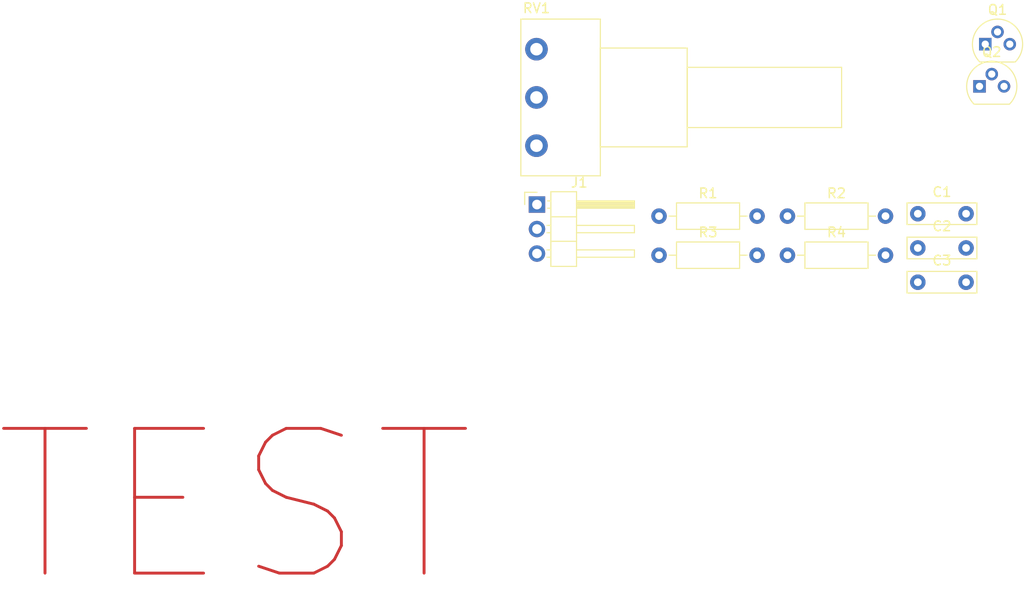
<source format=kicad_pcb>
(kicad_pcb (version 20171130) (host pcbnew 5.1.8-5.1.8)

  (general
    (thickness 1.6)
    (drawings 1)
    (tracks 0)
    (zones 0)
    (modules 11)
    (nets 9)
  )

  (page A4)
  (title_block
    (title "TZ1 MVB")
  )

  (layers
    (0 F.Cu signal)
    (31 B.Cu signal)
    (32 B.Adhes user)
    (33 F.Adhes user)
    (34 B.Paste user)
    (35 F.Paste user)
    (36 B.SilkS user)
    (37 F.SilkS user)
    (38 B.Mask user)
    (39 F.Mask user)
    (40 Dwgs.User user)
    (41 Cmts.User user)
    (42 Eco1.User user)
    (43 Eco2.User user)
    (44 Edge.Cuts user)
    (45 Margin user)
    (46 B.CrtYd user)
    (47 F.CrtYd user)
    (48 B.Fab user)
    (49 F.Fab user)
  )

  (setup
    (last_trace_width 0.25)
    (trace_clearance 0.2)
    (zone_clearance 0.508)
    (zone_45_only no)
    (trace_min 0.2)
    (via_size 0.8)
    (via_drill 0.4)
    (via_min_size 0.4)
    (via_min_drill 0.3)
    (uvia_size 0.3)
    (uvia_drill 0.1)
    (uvias_allowed no)
    (uvia_min_size 0.2)
    (uvia_min_drill 0.1)
    (edge_width 0.05)
    (segment_width 0.2)
    (pcb_text_width 0.3)
    (pcb_text_size 1.5 1.5)
    (mod_edge_width 0.12)
    (mod_text_size 1 1)
    (mod_text_width 0.15)
    (pad_size 1.524 1.524)
    (pad_drill 0.762)
    (pad_to_mask_clearance 0)
    (aux_axis_origin 0 0)
    (visible_elements FEFFFF7F)
    (pcbplotparams
      (layerselection 0x010fc_ffffffff)
      (usegerberextensions false)
      (usegerberattributes true)
      (usegerberadvancedattributes true)
      (creategerberjobfile true)
      (excludeedgelayer true)
      (linewidth 0.100000)
      (plotframeref false)
      (viasonmask false)
      (mode 1)
      (useauxorigin false)
      (hpglpennumber 1)
      (hpglpenspeed 20)
      (hpglpendiameter 15.000000)
      (psnegative false)
      (psa4output false)
      (plotreference true)
      (plotvalue true)
      (plotinvisibletext false)
      (padsonsilk false)
      (subtractmaskfromsilk false)
      (outputformat 1)
      (mirror false)
      (drillshape 1)
      (scaleselection 1)
      (outputdirectory ""))
  )

  (net 0 "")
  (net 1 "Net-(C1-Pad1)")
  (net 2 "Net-(C1-Pad2)")
  (net 3 "Net-(C2-Pad2)")
  (net 4 "Net-(C2-Pad1)")
  (net 5 /WAVE_OUT)
  (net 6 "Net-(C3-Pad2)")
  (net 7 VCC)
  (net 8 GND)

  (net_class Default "This is the default net class."
    (clearance 0.2)
    (trace_width 0.25)
    (via_dia 0.8)
    (via_drill 0.4)
    (uvia_dia 0.3)
    (uvia_drill 0.1)
    (add_net /WAVE_OUT)
    (add_net GND)
    (add_net "Net-(C1-Pad1)")
    (add_net "Net-(C1-Pad2)")
    (add_net "Net-(C2-Pad1)")
    (add_net "Net-(C2-Pad2)")
    (add_net "Net-(C3-Pad2)")
    (add_net VCC)
  )

  (module Capacitor_THT:C_Rect_L7.0mm_W2.0mm_P5.00mm (layer F.Cu) (tedit 5AE50EF0) (tstamp 6077EB45)
    (at 70.860601 -30.271799)
    (descr "C, Rect series, Radial, pin pitch=5.00mm, , length*width=7*2mm^2, Capacitor")
    (tags "C Rect series Radial pin pitch 5.00mm  length 7mm width 2mm Capacitor")
    (path /607720EF)
    (fp_text reference C1 (at 2.5 -2.25) (layer F.SilkS)
      (effects (font (size 1 1) (thickness 0.15)))
    )
    (fp_text value 10n (at 2.5 2.25) (layer F.Fab)
      (effects (font (size 1 1) (thickness 0.15)))
    )
    (fp_line (start -1 -1) (end -1 1) (layer F.Fab) (width 0.1))
    (fp_line (start -1 1) (end 6 1) (layer F.Fab) (width 0.1))
    (fp_line (start 6 1) (end 6 -1) (layer F.Fab) (width 0.1))
    (fp_line (start 6 -1) (end -1 -1) (layer F.Fab) (width 0.1))
    (fp_line (start -1.12 -1.12) (end 6.12 -1.12) (layer F.SilkS) (width 0.12))
    (fp_line (start -1.12 1.12) (end 6.12 1.12) (layer F.SilkS) (width 0.12))
    (fp_line (start -1.12 -1.12) (end -1.12 1.12) (layer F.SilkS) (width 0.12))
    (fp_line (start 6.12 -1.12) (end 6.12 1.12) (layer F.SilkS) (width 0.12))
    (fp_line (start -1.25 -1.25) (end -1.25 1.25) (layer F.CrtYd) (width 0.05))
    (fp_line (start -1.25 1.25) (end 6.25 1.25) (layer F.CrtYd) (width 0.05))
    (fp_line (start 6.25 1.25) (end 6.25 -1.25) (layer F.CrtYd) (width 0.05))
    (fp_line (start 6.25 -1.25) (end -1.25 -1.25) (layer F.CrtYd) (width 0.05))
    (fp_text user %R (at 2.5 0) (layer F.Fab)
      (effects (font (size 1 1) (thickness 0.15)))
    )
    (pad 1 thru_hole circle (at 0 0) (size 1.6 1.6) (drill 0.8) (layers *.Cu *.Mask)
      (net 1 "Net-(C1-Pad1)"))
    (pad 2 thru_hole circle (at 5 0) (size 1.6 1.6) (drill 0.8) (layers *.Cu *.Mask)
      (net 2 "Net-(C1-Pad2)"))
    (model ${KISYS3DMOD}/Capacitor_THT.3dshapes/C_Rect_L7.0mm_W2.0mm_P5.00mm.wrl
      (at (xyz 0 0 0))
      (scale (xyz 1 1 1))
      (rotate (xyz 0 0 0))
    )
  )

  (module Capacitor_THT:C_Rect_L7.0mm_W2.0mm_P5.00mm (layer F.Cu) (tedit 5AE50EF0) (tstamp 6077EB58)
    (at 70.860601 -26.721799)
    (descr "C, Rect series, Radial, pin pitch=5.00mm, , length*width=7*2mm^2, Capacitor")
    (tags "C Rect series Radial pin pitch 5.00mm  length 7mm width 2mm Capacitor")
    (path /60772821)
    (fp_text reference C2 (at 2.5 -2.25) (layer F.SilkS)
      (effects (font (size 1 1) (thickness 0.15)))
    )
    (fp_text value 10n (at 2.5 2.25) (layer F.Fab)
      (effects (font (size 1 1) (thickness 0.15)))
    )
    (fp_line (start 6.25 -1.25) (end -1.25 -1.25) (layer F.CrtYd) (width 0.05))
    (fp_line (start 6.25 1.25) (end 6.25 -1.25) (layer F.CrtYd) (width 0.05))
    (fp_line (start -1.25 1.25) (end 6.25 1.25) (layer F.CrtYd) (width 0.05))
    (fp_line (start -1.25 -1.25) (end -1.25 1.25) (layer F.CrtYd) (width 0.05))
    (fp_line (start 6.12 -1.12) (end 6.12 1.12) (layer F.SilkS) (width 0.12))
    (fp_line (start -1.12 -1.12) (end -1.12 1.12) (layer F.SilkS) (width 0.12))
    (fp_line (start -1.12 1.12) (end 6.12 1.12) (layer F.SilkS) (width 0.12))
    (fp_line (start -1.12 -1.12) (end 6.12 -1.12) (layer F.SilkS) (width 0.12))
    (fp_line (start 6 -1) (end -1 -1) (layer F.Fab) (width 0.1))
    (fp_line (start 6 1) (end 6 -1) (layer F.Fab) (width 0.1))
    (fp_line (start -1 1) (end 6 1) (layer F.Fab) (width 0.1))
    (fp_line (start -1 -1) (end -1 1) (layer F.Fab) (width 0.1))
    (fp_text user %R (at 2.5 0) (layer F.Fab)
      (effects (font (size 1 1) (thickness 0.15)))
    )
    (pad 2 thru_hole circle (at 5 0) (size 1.6 1.6) (drill 0.8) (layers *.Cu *.Mask)
      (net 3 "Net-(C2-Pad2)"))
    (pad 1 thru_hole circle (at 0 0) (size 1.6 1.6) (drill 0.8) (layers *.Cu *.Mask)
      (net 4 "Net-(C2-Pad1)"))
    (model ${KISYS3DMOD}/Capacitor_THT.3dshapes/C_Rect_L7.0mm_W2.0mm_P5.00mm.wrl
      (at (xyz 0 0 0))
      (scale (xyz 1 1 1))
      (rotate (xyz 0 0 0))
    )
  )

  (module Capacitor_THT:C_Rect_L7.0mm_W2.0mm_P5.00mm (layer F.Cu) (tedit 5AE50EF0) (tstamp 6077EB6B)
    (at 70.860601 -23.171799)
    (descr "C, Rect series, Radial, pin pitch=5.00mm, , length*width=7*2mm^2, Capacitor")
    (tags "C Rect series Radial pin pitch 5.00mm  length 7mm width 2mm Capacitor")
    (path /6077680D)
    (fp_text reference C3 (at 2.5 -2.25) (layer F.SilkS)
      (effects (font (size 1 1) (thickness 0.15)))
    )
    (fp_text value 22n (at 2.5 2.25) (layer F.Fab)
      (effects (font (size 1 1) (thickness 0.15)))
    )
    (fp_line (start -1 -1) (end -1 1) (layer F.Fab) (width 0.1))
    (fp_line (start -1 1) (end 6 1) (layer F.Fab) (width 0.1))
    (fp_line (start 6 1) (end 6 -1) (layer F.Fab) (width 0.1))
    (fp_line (start 6 -1) (end -1 -1) (layer F.Fab) (width 0.1))
    (fp_line (start -1.12 -1.12) (end 6.12 -1.12) (layer F.SilkS) (width 0.12))
    (fp_line (start -1.12 1.12) (end 6.12 1.12) (layer F.SilkS) (width 0.12))
    (fp_line (start -1.12 -1.12) (end -1.12 1.12) (layer F.SilkS) (width 0.12))
    (fp_line (start 6.12 -1.12) (end 6.12 1.12) (layer F.SilkS) (width 0.12))
    (fp_line (start -1.25 -1.25) (end -1.25 1.25) (layer F.CrtYd) (width 0.05))
    (fp_line (start -1.25 1.25) (end 6.25 1.25) (layer F.CrtYd) (width 0.05))
    (fp_line (start 6.25 1.25) (end 6.25 -1.25) (layer F.CrtYd) (width 0.05))
    (fp_line (start 6.25 -1.25) (end -1.25 -1.25) (layer F.CrtYd) (width 0.05))
    (fp_text user %R (at 2.5 0) (layer F.Fab)
      (effects (font (size 1 1) (thickness 0.15)))
    )
    (pad 1 thru_hole circle (at 0 0) (size 1.6 1.6) (drill 0.8) (layers *.Cu *.Mask)
      (net 5 /WAVE_OUT))
    (pad 2 thru_hole circle (at 5 0) (size 1.6 1.6) (drill 0.8) (layers *.Cu *.Mask)
      (net 6 "Net-(C3-Pad2)"))
    (model ${KISYS3DMOD}/Capacitor_THT.3dshapes/C_Rect_L7.0mm_W2.0mm_P5.00mm.wrl
      (at (xyz 0 0 0))
      (scale (xyz 1 1 1))
      (rotate (xyz 0 0 0))
    )
  )

  (module Connector_PinHeader_2.54mm:PinHeader_1x03_P2.54mm_Horizontal (layer F.Cu) (tedit 59FED5CB) (tstamp 6077EBAB)
    (at 31.390601 -31.221799)
    (descr "Through hole angled pin header, 1x03, 2.54mm pitch, 6mm pin length, single row")
    (tags "Through hole angled pin header THT 1x03 2.54mm single row")
    (path /60780564)
    (fp_text reference J1 (at 4.385 -2.27) (layer F.SilkS)
      (effects (font (size 1 1) (thickness 0.15)))
    )
    (fp_text value Conn_01x03 (at 4.385 7.35) (layer F.Fab)
      (effects (font (size 1 1) (thickness 0.15)))
    )
    (fp_line (start 2.135 -1.27) (end 4.04 -1.27) (layer F.Fab) (width 0.1))
    (fp_line (start 4.04 -1.27) (end 4.04 6.35) (layer F.Fab) (width 0.1))
    (fp_line (start 4.04 6.35) (end 1.5 6.35) (layer F.Fab) (width 0.1))
    (fp_line (start 1.5 6.35) (end 1.5 -0.635) (layer F.Fab) (width 0.1))
    (fp_line (start 1.5 -0.635) (end 2.135 -1.27) (layer F.Fab) (width 0.1))
    (fp_line (start -0.32 -0.32) (end 1.5 -0.32) (layer F.Fab) (width 0.1))
    (fp_line (start -0.32 -0.32) (end -0.32 0.32) (layer F.Fab) (width 0.1))
    (fp_line (start -0.32 0.32) (end 1.5 0.32) (layer F.Fab) (width 0.1))
    (fp_line (start 4.04 -0.32) (end 10.04 -0.32) (layer F.Fab) (width 0.1))
    (fp_line (start 10.04 -0.32) (end 10.04 0.32) (layer F.Fab) (width 0.1))
    (fp_line (start 4.04 0.32) (end 10.04 0.32) (layer F.Fab) (width 0.1))
    (fp_line (start -0.32 2.22) (end 1.5 2.22) (layer F.Fab) (width 0.1))
    (fp_line (start -0.32 2.22) (end -0.32 2.86) (layer F.Fab) (width 0.1))
    (fp_line (start -0.32 2.86) (end 1.5 2.86) (layer F.Fab) (width 0.1))
    (fp_line (start 4.04 2.22) (end 10.04 2.22) (layer F.Fab) (width 0.1))
    (fp_line (start 10.04 2.22) (end 10.04 2.86) (layer F.Fab) (width 0.1))
    (fp_line (start 4.04 2.86) (end 10.04 2.86) (layer F.Fab) (width 0.1))
    (fp_line (start -0.32 4.76) (end 1.5 4.76) (layer F.Fab) (width 0.1))
    (fp_line (start -0.32 4.76) (end -0.32 5.4) (layer F.Fab) (width 0.1))
    (fp_line (start -0.32 5.4) (end 1.5 5.4) (layer F.Fab) (width 0.1))
    (fp_line (start 4.04 4.76) (end 10.04 4.76) (layer F.Fab) (width 0.1))
    (fp_line (start 10.04 4.76) (end 10.04 5.4) (layer F.Fab) (width 0.1))
    (fp_line (start 4.04 5.4) (end 10.04 5.4) (layer F.Fab) (width 0.1))
    (fp_line (start 1.44 -1.33) (end 1.44 6.41) (layer F.SilkS) (width 0.12))
    (fp_line (start 1.44 6.41) (end 4.1 6.41) (layer F.SilkS) (width 0.12))
    (fp_line (start 4.1 6.41) (end 4.1 -1.33) (layer F.SilkS) (width 0.12))
    (fp_line (start 4.1 -1.33) (end 1.44 -1.33) (layer F.SilkS) (width 0.12))
    (fp_line (start 4.1 -0.38) (end 10.1 -0.38) (layer F.SilkS) (width 0.12))
    (fp_line (start 10.1 -0.38) (end 10.1 0.38) (layer F.SilkS) (width 0.12))
    (fp_line (start 10.1 0.38) (end 4.1 0.38) (layer F.SilkS) (width 0.12))
    (fp_line (start 4.1 -0.32) (end 10.1 -0.32) (layer F.SilkS) (width 0.12))
    (fp_line (start 4.1 -0.2) (end 10.1 -0.2) (layer F.SilkS) (width 0.12))
    (fp_line (start 4.1 -0.08) (end 10.1 -0.08) (layer F.SilkS) (width 0.12))
    (fp_line (start 4.1 0.04) (end 10.1 0.04) (layer F.SilkS) (width 0.12))
    (fp_line (start 4.1 0.16) (end 10.1 0.16) (layer F.SilkS) (width 0.12))
    (fp_line (start 4.1 0.28) (end 10.1 0.28) (layer F.SilkS) (width 0.12))
    (fp_line (start 1.11 -0.38) (end 1.44 -0.38) (layer F.SilkS) (width 0.12))
    (fp_line (start 1.11 0.38) (end 1.44 0.38) (layer F.SilkS) (width 0.12))
    (fp_line (start 1.44 1.27) (end 4.1 1.27) (layer F.SilkS) (width 0.12))
    (fp_line (start 4.1 2.16) (end 10.1 2.16) (layer F.SilkS) (width 0.12))
    (fp_line (start 10.1 2.16) (end 10.1 2.92) (layer F.SilkS) (width 0.12))
    (fp_line (start 10.1 2.92) (end 4.1 2.92) (layer F.SilkS) (width 0.12))
    (fp_line (start 1.042929 2.16) (end 1.44 2.16) (layer F.SilkS) (width 0.12))
    (fp_line (start 1.042929 2.92) (end 1.44 2.92) (layer F.SilkS) (width 0.12))
    (fp_line (start 1.44 3.81) (end 4.1 3.81) (layer F.SilkS) (width 0.12))
    (fp_line (start 4.1 4.7) (end 10.1 4.7) (layer F.SilkS) (width 0.12))
    (fp_line (start 10.1 4.7) (end 10.1 5.46) (layer F.SilkS) (width 0.12))
    (fp_line (start 10.1 5.46) (end 4.1 5.46) (layer F.SilkS) (width 0.12))
    (fp_line (start 1.042929 4.7) (end 1.44 4.7) (layer F.SilkS) (width 0.12))
    (fp_line (start 1.042929 5.46) (end 1.44 5.46) (layer F.SilkS) (width 0.12))
    (fp_line (start -1.27 0) (end -1.27 -1.27) (layer F.SilkS) (width 0.12))
    (fp_line (start -1.27 -1.27) (end 0 -1.27) (layer F.SilkS) (width 0.12))
    (fp_line (start -1.8 -1.8) (end -1.8 6.85) (layer F.CrtYd) (width 0.05))
    (fp_line (start -1.8 6.85) (end 10.55 6.85) (layer F.CrtYd) (width 0.05))
    (fp_line (start 10.55 6.85) (end 10.55 -1.8) (layer F.CrtYd) (width 0.05))
    (fp_line (start 10.55 -1.8) (end -1.8 -1.8) (layer F.CrtYd) (width 0.05))
    (fp_text user %R (at 2.77 2.54 90) (layer F.Fab)
      (effects (font (size 1 1) (thickness 0.15)))
    )
    (pad 1 thru_hole rect (at 0 0) (size 1.7 1.7) (drill 1) (layers *.Cu *.Mask)
      (net 7 VCC))
    (pad 2 thru_hole oval (at 0 2.54) (size 1.7 1.7) (drill 1) (layers *.Cu *.Mask)
      (net 5 /WAVE_OUT))
    (pad 3 thru_hole oval (at 0 5.08) (size 1.7 1.7) (drill 1) (layers *.Cu *.Mask)
      (net 8 GND))
    (model ${KISYS3DMOD}/Connector_PinHeader_2.54mm.3dshapes/PinHeader_1x03_P2.54mm_Horizontal.wrl
      (at (xyz 0 0 0))
      (scale (xyz 1 1 1))
      (rotate (xyz 0 0 0))
    )
  )

  (module Package_TO_SOT_THT:TO-92 (layer F.Cu) (tedit 5A279852) (tstamp 6077EBE0)
    (at 77.850601 -47.841799)
    (descr "TO-92 leads molded, narrow, drill 0.75mm (see NXP sot054_po.pdf)")
    (tags "to-92 sc-43 sc-43a sot54 PA33 transistor")
    (path /60773B01)
    (fp_text reference Q1 (at 1.27 -3.56) (layer F.SilkS)
      (effects (font (size 1 1) (thickness 0.15)))
    )
    (fp_text value BC547 (at 1.27 2.79) (layer F.Fab)
      (effects (font (size 1 1) (thickness 0.15)))
    )
    (fp_line (start -0.53 1.85) (end 3.07 1.85) (layer F.SilkS) (width 0.12))
    (fp_line (start -0.5 1.75) (end 3 1.75) (layer F.Fab) (width 0.1))
    (fp_line (start -1.46 -2.73) (end 4 -2.73) (layer F.CrtYd) (width 0.05))
    (fp_line (start -1.46 -2.73) (end -1.46 2.01) (layer F.CrtYd) (width 0.05))
    (fp_line (start 4 2.01) (end 4 -2.73) (layer F.CrtYd) (width 0.05))
    (fp_line (start 4 2.01) (end -1.46 2.01) (layer F.CrtYd) (width 0.05))
    (fp_text user %R (at 1.27 0) (layer F.Fab)
      (effects (font (size 1 1) (thickness 0.15)))
    )
    (fp_arc (start 1.27 0) (end 1.27 -2.48) (angle 135) (layer F.Fab) (width 0.1))
    (fp_arc (start 1.27 0) (end 1.27 -2.6) (angle -135) (layer F.SilkS) (width 0.12))
    (fp_arc (start 1.27 0) (end 1.27 -2.48) (angle -135) (layer F.Fab) (width 0.1))
    (fp_arc (start 1.27 0) (end 1.27 -2.6) (angle 135) (layer F.SilkS) (width 0.12))
    (pad 2 thru_hole circle (at 1.27 -1.27) (size 1.3 1.3) (drill 0.75) (layers *.Cu *.Mask)
      (net 3 "Net-(C2-Pad2)"))
    (pad 3 thru_hole circle (at 2.54 0) (size 1.3 1.3) (drill 0.75) (layers *.Cu *.Mask)
      (net 8 GND))
    (pad 1 thru_hole rect (at 0 0) (size 1.3 1.3) (drill 0.75) (layers *.Cu *.Mask)
      (net 2 "Net-(C1-Pad2)"))
    (model ${KISYS3DMOD}/Package_TO_SOT_THT.3dshapes/TO-92.wrl
      (at (xyz 0 0 0))
      (scale (xyz 1 1 1))
      (rotate (xyz 0 0 0))
    )
  )

  (module Resistor_THT:R_Axial_DIN0207_L6.3mm_D2.5mm_P10.16mm_Horizontal (layer F.Cu) (tedit 5AE5139B) (tstamp 6077EC04)
    (at 44.040601 -30.021799)
    (descr "Resistor, Axial_DIN0207 series, Axial, Horizontal, pin pitch=10.16mm, 0.25W = 1/4W, length*diameter=6.3*2.5mm^2, http://cdn-reichelt.de/documents/datenblatt/B400/1_4W%23YAG.pdf")
    (tags "Resistor Axial_DIN0207 series Axial Horizontal pin pitch 10.16mm 0.25W = 1/4W length 6.3mm diameter 2.5mm")
    (path /607708A3)
    (fp_text reference R1 (at 5.08 -2.37) (layer F.SilkS)
      (effects (font (size 1 1) (thickness 0.15)))
    )
    (fp_text value 2k2 (at 5.08 2.37) (layer F.Fab)
      (effects (font (size 1 1) (thickness 0.15)))
    )
    (fp_line (start 1.93 -1.25) (end 1.93 1.25) (layer F.Fab) (width 0.1))
    (fp_line (start 1.93 1.25) (end 8.23 1.25) (layer F.Fab) (width 0.1))
    (fp_line (start 8.23 1.25) (end 8.23 -1.25) (layer F.Fab) (width 0.1))
    (fp_line (start 8.23 -1.25) (end 1.93 -1.25) (layer F.Fab) (width 0.1))
    (fp_line (start 0 0) (end 1.93 0) (layer F.Fab) (width 0.1))
    (fp_line (start 10.16 0) (end 8.23 0) (layer F.Fab) (width 0.1))
    (fp_line (start 1.81 -1.37) (end 1.81 1.37) (layer F.SilkS) (width 0.12))
    (fp_line (start 1.81 1.37) (end 8.35 1.37) (layer F.SilkS) (width 0.12))
    (fp_line (start 8.35 1.37) (end 8.35 -1.37) (layer F.SilkS) (width 0.12))
    (fp_line (start 8.35 -1.37) (end 1.81 -1.37) (layer F.SilkS) (width 0.12))
    (fp_line (start 1.04 0) (end 1.81 0) (layer F.SilkS) (width 0.12))
    (fp_line (start 9.12 0) (end 8.35 0) (layer F.SilkS) (width 0.12))
    (fp_line (start -1.05 -1.5) (end -1.05 1.5) (layer F.CrtYd) (width 0.05))
    (fp_line (start -1.05 1.5) (end 11.21 1.5) (layer F.CrtYd) (width 0.05))
    (fp_line (start 11.21 1.5) (end 11.21 -1.5) (layer F.CrtYd) (width 0.05))
    (fp_line (start 11.21 -1.5) (end -1.05 -1.5) (layer F.CrtYd) (width 0.05))
    (fp_text user %R (at 5.08 0) (layer F.Fab)
      (effects (font (size 1 1) (thickness 0.15)))
    )
    (pad 1 thru_hole circle (at 0 0) (size 1.6 1.6) (drill 0.8) (layers *.Cu *.Mask)
      (net 7 VCC))
    (pad 2 thru_hole oval (at 10.16 0) (size 1.6 1.6) (drill 0.8) (layers *.Cu *.Mask)
      (net 2 "Net-(C1-Pad2)"))
    (model ${KISYS3DMOD}/Resistor_THT.3dshapes/R_Axial_DIN0207_L6.3mm_D2.5mm_P10.16mm_Horizontal.wrl
      (at (xyz 0 0 0))
      (scale (xyz 1 1 1))
      (rotate (xyz 0 0 0))
    )
  )

  (module Resistor_THT:R_Axial_DIN0207_L6.3mm_D2.5mm_P10.16mm_Horizontal (layer F.Cu) (tedit 5AE5139B) (tstamp 6077EC1B)
    (at 57.350601 -30.021799)
    (descr "Resistor, Axial_DIN0207 series, Axial, Horizontal, pin pitch=10.16mm, 0.25W = 1/4W, length*diameter=6.3*2.5mm^2, http://cdn-reichelt.de/documents/datenblatt/B400/1_4W%23YAG.pdf")
    (tags "Resistor Axial_DIN0207 series Axial Horizontal pin pitch 10.16mm 0.25W = 1/4W length 6.3mm diameter 2.5mm")
    (path /60771944)
    (fp_text reference R2 (at 5.08 -2.37) (layer F.SilkS)
      (effects (font (size 1 1) (thickness 0.15)))
    )
    (fp_text value M1 (at 5.08 2.37) (layer F.Fab)
      (effects (font (size 1 1) (thickness 0.15)))
    )
    (fp_line (start 11.21 -1.5) (end -1.05 -1.5) (layer F.CrtYd) (width 0.05))
    (fp_line (start 11.21 1.5) (end 11.21 -1.5) (layer F.CrtYd) (width 0.05))
    (fp_line (start -1.05 1.5) (end 11.21 1.5) (layer F.CrtYd) (width 0.05))
    (fp_line (start -1.05 -1.5) (end -1.05 1.5) (layer F.CrtYd) (width 0.05))
    (fp_line (start 9.12 0) (end 8.35 0) (layer F.SilkS) (width 0.12))
    (fp_line (start 1.04 0) (end 1.81 0) (layer F.SilkS) (width 0.12))
    (fp_line (start 8.35 -1.37) (end 1.81 -1.37) (layer F.SilkS) (width 0.12))
    (fp_line (start 8.35 1.37) (end 8.35 -1.37) (layer F.SilkS) (width 0.12))
    (fp_line (start 1.81 1.37) (end 8.35 1.37) (layer F.SilkS) (width 0.12))
    (fp_line (start 1.81 -1.37) (end 1.81 1.37) (layer F.SilkS) (width 0.12))
    (fp_line (start 10.16 0) (end 8.23 0) (layer F.Fab) (width 0.1))
    (fp_line (start 0 0) (end 1.93 0) (layer F.Fab) (width 0.1))
    (fp_line (start 8.23 -1.25) (end 1.93 -1.25) (layer F.Fab) (width 0.1))
    (fp_line (start 8.23 1.25) (end 8.23 -1.25) (layer F.Fab) (width 0.1))
    (fp_line (start 1.93 1.25) (end 8.23 1.25) (layer F.Fab) (width 0.1))
    (fp_line (start 1.93 -1.25) (end 1.93 1.25) (layer F.Fab) (width 0.1))
    (fp_text user %R (at 5.08 0) (layer F.Fab)
      (effects (font (size 1 1) (thickness 0.15)))
    )
    (pad 2 thru_hole oval (at 10.16 0) (size 1.6 1.6) (drill 0.8) (layers *.Cu *.Mask)
      (net 1 "Net-(C1-Pad1)"))
    (pad 1 thru_hole circle (at 0 0) (size 1.6 1.6) (drill 0.8) (layers *.Cu *.Mask)
      (net 7 VCC))
    (model ${KISYS3DMOD}/Resistor_THT.3dshapes/R_Axial_DIN0207_L6.3mm_D2.5mm_P10.16mm_Horizontal.wrl
      (at (xyz 0 0 0))
      (scale (xyz 1 1 1))
      (rotate (xyz 0 0 0))
    )
  )

  (module Resistor_THT:R_Axial_DIN0207_L6.3mm_D2.5mm_P10.16mm_Horizontal (layer F.Cu) (tedit 5AE5139B) (tstamp 6077EC32)
    (at 44.040601 -25.971799)
    (descr "Resistor, Axial_DIN0207 series, Axial, Horizontal, pin pitch=10.16mm, 0.25W = 1/4W, length*diameter=6.3*2.5mm^2, http://cdn-reichelt.de/documents/datenblatt/B400/1_4W%23YAG.pdf")
    (tags "Resistor Axial_DIN0207 series Axial Horizontal pin pitch 10.16mm 0.25W = 1/4W length 6.3mm diameter 2.5mm")
    (path /60771ACA)
    (fp_text reference R3 (at 5.08 -2.37) (layer F.SilkS)
      (effects (font (size 1 1) (thickness 0.15)))
    )
    (fp_text value M1 (at 5.08 2.37) (layer F.Fab)
      (effects (font (size 1 1) (thickness 0.15)))
    )
    (fp_line (start 1.93 -1.25) (end 1.93 1.25) (layer F.Fab) (width 0.1))
    (fp_line (start 1.93 1.25) (end 8.23 1.25) (layer F.Fab) (width 0.1))
    (fp_line (start 8.23 1.25) (end 8.23 -1.25) (layer F.Fab) (width 0.1))
    (fp_line (start 8.23 -1.25) (end 1.93 -1.25) (layer F.Fab) (width 0.1))
    (fp_line (start 0 0) (end 1.93 0) (layer F.Fab) (width 0.1))
    (fp_line (start 10.16 0) (end 8.23 0) (layer F.Fab) (width 0.1))
    (fp_line (start 1.81 -1.37) (end 1.81 1.37) (layer F.SilkS) (width 0.12))
    (fp_line (start 1.81 1.37) (end 8.35 1.37) (layer F.SilkS) (width 0.12))
    (fp_line (start 8.35 1.37) (end 8.35 -1.37) (layer F.SilkS) (width 0.12))
    (fp_line (start 8.35 -1.37) (end 1.81 -1.37) (layer F.SilkS) (width 0.12))
    (fp_line (start 1.04 0) (end 1.81 0) (layer F.SilkS) (width 0.12))
    (fp_line (start 9.12 0) (end 8.35 0) (layer F.SilkS) (width 0.12))
    (fp_line (start -1.05 -1.5) (end -1.05 1.5) (layer F.CrtYd) (width 0.05))
    (fp_line (start -1.05 1.5) (end 11.21 1.5) (layer F.CrtYd) (width 0.05))
    (fp_line (start 11.21 1.5) (end 11.21 -1.5) (layer F.CrtYd) (width 0.05))
    (fp_line (start 11.21 -1.5) (end -1.05 -1.5) (layer F.CrtYd) (width 0.05))
    (fp_text user %R (at 5.08 0) (layer F.Fab)
      (effects (font (size 1 1) (thickness 0.15)))
    )
    (pad 1 thru_hole circle (at 0 0) (size 1.6 1.6) (drill 0.8) (layers *.Cu *.Mask)
      (net 7 VCC))
    (pad 2 thru_hole oval (at 10.16 0) (size 1.6 1.6) (drill 0.8) (layers *.Cu *.Mask)
      (net 3 "Net-(C2-Pad2)"))
    (model ${KISYS3DMOD}/Resistor_THT.3dshapes/R_Axial_DIN0207_L6.3mm_D2.5mm_P10.16mm_Horizontal.wrl
      (at (xyz 0 0 0))
      (scale (xyz 1 1 1))
      (rotate (xyz 0 0 0))
    )
  )

  (module Resistor_THT:R_Axial_DIN0207_L6.3mm_D2.5mm_P10.16mm_Horizontal (layer F.Cu) (tedit 5AE5139B) (tstamp 6077EC49)
    (at 57.350601 -25.971799)
    (descr "Resistor, Axial_DIN0207 series, Axial, Horizontal, pin pitch=10.16mm, 0.25W = 1/4W, length*diameter=6.3*2.5mm^2, http://cdn-reichelt.de/documents/datenblatt/B400/1_4W%23YAG.pdf")
    (tags "Resistor Axial_DIN0207 series Axial Horizontal pin pitch 10.16mm 0.25W = 1/4W length 6.3mm diameter 2.5mm")
    (path /60771DAF)
    (fp_text reference R4 (at 5.08 -2.37) (layer F.SilkS)
      (effects (font (size 1 1) (thickness 0.15)))
    )
    (fp_text value 2k2 (at 5.08 2.37) (layer F.Fab)
      (effects (font (size 1 1) (thickness 0.15)))
    )
    (fp_line (start 11.21 -1.5) (end -1.05 -1.5) (layer F.CrtYd) (width 0.05))
    (fp_line (start 11.21 1.5) (end 11.21 -1.5) (layer F.CrtYd) (width 0.05))
    (fp_line (start -1.05 1.5) (end 11.21 1.5) (layer F.CrtYd) (width 0.05))
    (fp_line (start -1.05 -1.5) (end -1.05 1.5) (layer F.CrtYd) (width 0.05))
    (fp_line (start 9.12 0) (end 8.35 0) (layer F.SilkS) (width 0.12))
    (fp_line (start 1.04 0) (end 1.81 0) (layer F.SilkS) (width 0.12))
    (fp_line (start 8.35 -1.37) (end 1.81 -1.37) (layer F.SilkS) (width 0.12))
    (fp_line (start 8.35 1.37) (end 8.35 -1.37) (layer F.SilkS) (width 0.12))
    (fp_line (start 1.81 1.37) (end 8.35 1.37) (layer F.SilkS) (width 0.12))
    (fp_line (start 1.81 -1.37) (end 1.81 1.37) (layer F.SilkS) (width 0.12))
    (fp_line (start 10.16 0) (end 8.23 0) (layer F.Fab) (width 0.1))
    (fp_line (start 0 0) (end 1.93 0) (layer F.Fab) (width 0.1))
    (fp_line (start 8.23 -1.25) (end 1.93 -1.25) (layer F.Fab) (width 0.1))
    (fp_line (start 8.23 1.25) (end 8.23 -1.25) (layer F.Fab) (width 0.1))
    (fp_line (start 1.93 1.25) (end 8.23 1.25) (layer F.Fab) (width 0.1))
    (fp_line (start 1.93 -1.25) (end 1.93 1.25) (layer F.Fab) (width 0.1))
    (fp_text user %R (at 5.08 0) (layer F.Fab)
      (effects (font (size 1 1) (thickness 0.15)))
    )
    (pad 2 thru_hole oval (at 10.16 0) (size 1.6 1.6) (drill 0.8) (layers *.Cu *.Mask)
      (net 4 "Net-(C2-Pad1)"))
    (pad 1 thru_hole circle (at 0 0) (size 1.6 1.6) (drill 0.8) (layers *.Cu *.Mask)
      (net 7 VCC))
    (model ${KISYS3DMOD}/Resistor_THT.3dshapes/R_Axial_DIN0207_L6.3mm_D2.5mm_P10.16mm_Horizontal.wrl
      (at (xyz 0 0 0))
      (scale (xyz 1 1 1))
      (rotate (xyz 0 0 0))
    )
  )

  (module Potentiometer_THT:Potentiometer_Piher_PC-16_Single_Horizontal (layer F.Cu) (tedit 5A3D4993) (tstamp 6077EC6D)
    (at 31.340601 -37.321799)
    (descr "Potentiometer, horizontal, Piher PC-16 Single, http://www.piher-nacesa.com/pdf/20-PC16v03.pdf")
    (tags "Potentiometer horizontal Piher PC-16 Single")
    (path /60776D93)
    (fp_text reference RV1 (at 0 -14.25) (layer F.SilkS)
      (effects (font (size 1 1) (thickness 0.15)))
    )
    (fp_text value 50k/N (at 0 4.25) (layer F.Fab)
      (effects (font (size 1 1) (thickness 0.15)))
    )
    (fp_line (start -1.5 -13) (end -1.5 3) (layer F.Fab) (width 0.1))
    (fp_line (start -1.5 3) (end 6.5 3) (layer F.Fab) (width 0.1))
    (fp_line (start 6.5 3) (end 6.5 -13) (layer F.Fab) (width 0.1))
    (fp_line (start 6.5 -13) (end -1.5 -13) (layer F.Fab) (width 0.1))
    (fp_line (start 6.5 -10) (end 6.5 0) (layer F.Fab) (width 0.1))
    (fp_line (start 6.5 0) (end 15.5 0) (layer F.Fab) (width 0.1))
    (fp_line (start 15.5 0) (end 15.5 -10) (layer F.Fab) (width 0.1))
    (fp_line (start 15.5 -10) (end 6.5 -10) (layer F.Fab) (width 0.1))
    (fp_line (start 15.5 -8) (end 15.5 -2) (layer F.Fab) (width 0.1))
    (fp_line (start 15.5 -2) (end 31.5 -2) (layer F.Fab) (width 0.1))
    (fp_line (start 31.5 -2) (end 31.5 -8) (layer F.Fab) (width 0.1))
    (fp_line (start 31.5 -8) (end 15.5 -8) (layer F.Fab) (width 0.1))
    (fp_line (start -1.62 -13.12) (end 6.62 -13.12) (layer F.SilkS) (width 0.12))
    (fp_line (start -1.62 3.12) (end 6.62 3.12) (layer F.SilkS) (width 0.12))
    (fp_line (start -1.62 -13.12) (end -1.62 3.12) (layer F.SilkS) (width 0.12))
    (fp_line (start 6.62 -13.12) (end 6.62 3.12) (layer F.SilkS) (width 0.12))
    (fp_line (start 6.62 -10.12) (end 15.62 -10.12) (layer F.SilkS) (width 0.12))
    (fp_line (start 6.62 0.12) (end 15.62 0.12) (layer F.SilkS) (width 0.12))
    (fp_line (start 6.62 -10.12) (end 6.62 0.12) (layer F.SilkS) (width 0.12))
    (fp_line (start 15.62 -10.12) (end 15.62 0.12) (layer F.SilkS) (width 0.12))
    (fp_line (start 15.62 -8.12) (end 31.62 -8.12) (layer F.SilkS) (width 0.12))
    (fp_line (start 15.62 -1.879) (end 31.62 -1.879) (layer F.SilkS) (width 0.12))
    (fp_line (start 15.62 -8.12) (end 15.62 -1.879) (layer F.SilkS) (width 0.12))
    (fp_line (start 31.62 -8.12) (end 31.62 -1.879) (layer F.SilkS) (width 0.12))
    (fp_line (start -1.75 -13.25) (end -1.75 3.25) (layer F.CrtYd) (width 0.05))
    (fp_line (start -1.75 3.25) (end 31.75 3.25) (layer F.CrtYd) (width 0.05))
    (fp_line (start 31.75 3.25) (end 31.75 -13.25) (layer F.CrtYd) (width 0.05))
    (fp_line (start 31.75 -13.25) (end -1.75 -13.25) (layer F.CrtYd) (width 0.05))
    (fp_text user %R (at 2.5 -5) (layer F.Fab)
      (effects (font (size 1 1) (thickness 0.15)))
    )
    (pad 3 thru_hole circle (at 0 -10) (size 2.34 2.34) (drill 1.3) (layers *.Cu *.Mask)
      (net 8 GND))
    (pad 2 thru_hole circle (at 0 -5) (size 2.34 2.34) (drill 1.3) (layers *.Cu *.Mask)
      (net 6 "Net-(C3-Pad2)"))
    (pad 1 thru_hole circle (at 0 0) (size 2.34 2.34) (drill 1.3) (layers *.Cu *.Mask)
      (net 4 "Net-(C2-Pad1)"))
    (model ${KISYS3DMOD}/Potentiometer_THT.3dshapes/Potentiometer_Piher_PC-16_Single_Horizontal.wrl
      (at (xyz 0 0 0))
      (scale (xyz 1 1 1))
      (rotate (xyz 0 0 0))
    )
  )

  (module Package_TO_SOT_THT:TO-92 (layer F.Cu) (tedit 5A279852) (tstamp 607841FA)
    (at 77.253041 -43.469359)
    (descr "TO-92 leads molded, narrow, drill 0.75mm (see NXP sot054_po.pdf)")
    (tags "to-92 sc-43 sc-43a sot54 PA33 transistor")
    (path /60772DBF)
    (fp_text reference Q2 (at 1.27 -3.56) (layer F.SilkS)
      (effects (font (size 1 1) (thickness 0.15)))
    )
    (fp_text value BC547 (at 1.27 2.79) (layer F.Fab)
      (effects (font (size 1 1) (thickness 0.15)))
    )
    (fp_line (start -0.53 1.85) (end 3.07 1.85) (layer F.SilkS) (width 0.12))
    (fp_line (start -0.5 1.75) (end 3 1.75) (layer F.Fab) (width 0.1))
    (fp_line (start -1.46 -2.73) (end 4 -2.73) (layer F.CrtYd) (width 0.05))
    (fp_line (start -1.46 -2.73) (end -1.46 2.01) (layer F.CrtYd) (width 0.05))
    (fp_line (start 4 2.01) (end 4 -2.73) (layer F.CrtYd) (width 0.05))
    (fp_line (start 4 2.01) (end -1.46 2.01) (layer F.CrtYd) (width 0.05))
    (fp_text user %R (at 1.27 0) (layer F.Fab)
      (effects (font (size 1 1) (thickness 0.15)))
    )
    (fp_arc (start 1.27 0) (end 1.27 -2.48) (angle 135) (layer F.Fab) (width 0.1))
    (fp_arc (start 1.27 0) (end 1.27 -2.6) (angle -135) (layer F.SilkS) (width 0.12))
    (fp_arc (start 1.27 0) (end 1.27 -2.48) (angle -135) (layer F.Fab) (width 0.1))
    (fp_arc (start 1.27 0) (end 1.27 -2.6) (angle 135) (layer F.SilkS) (width 0.12))
    (pad 2 thru_hole circle (at 1.27 -1.27) (size 1.3 1.3) (drill 0.75) (layers *.Cu *.Mask)
      (net 1 "Net-(C1-Pad1)"))
    (pad 3 thru_hole circle (at 2.54 0) (size 1.3 1.3) (drill 0.75) (layers *.Cu *.Mask)
      (net 8 GND))
    (pad 1 thru_hole rect (at 0 0) (size 1.3 1.3) (drill 0.75) (layers *.Cu *.Mask)
      (net 4 "Net-(C2-Pad1)"))
    (model ${KISYS3DMOD}/Package_TO_SOT_THT.3dshapes/TO-92.wrl
      (at (xyz 0 0 0))
      (scale (xyz 1 1 1))
      (rotate (xyz 0 0 0))
    )
  )

  (gr_text TEST (at 0.05 0.05) (layer F.Cu)
    (effects (font (size 15 15) (thickness 0.3)))
  )

)

</source>
